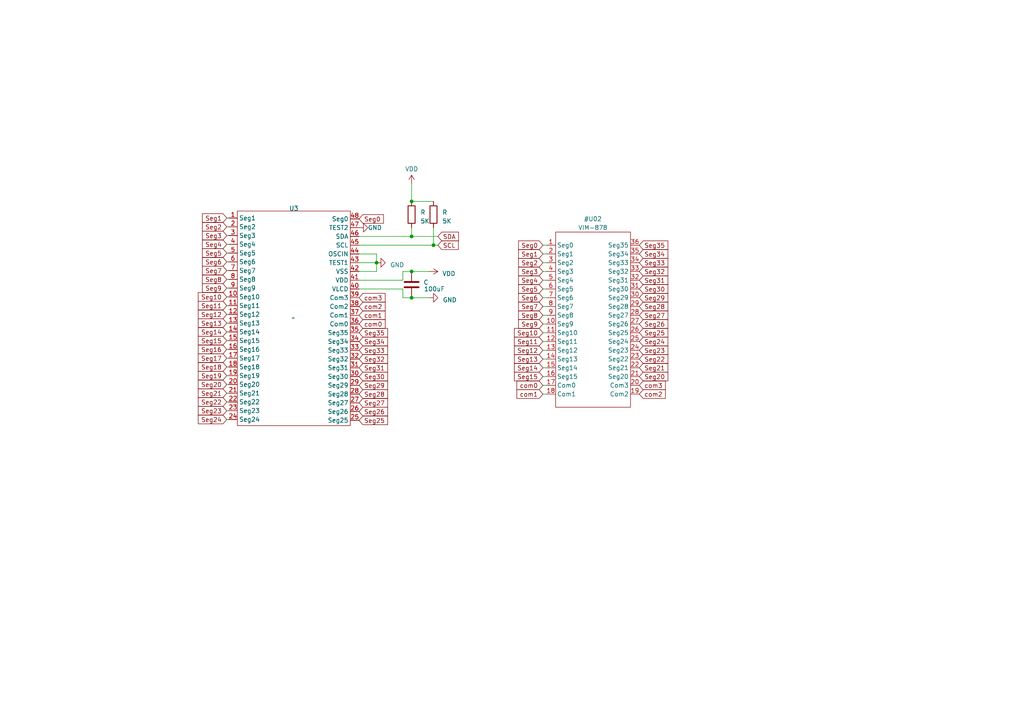
<source format=kicad_sch>
(kicad_sch (version 20230121) (generator eeschema)
  (paper "A4")
  (title_block (title "LCD connection") (date "2023-03-21") (rev "1.0"))
  (lib_symbols
    (symbol "Custom_Eric:BU91797MUF-ME2"
      (property "Reference" "U" (at 0 0 0))
      (symbol "BU91797MUF-ME2_0_1"
        (rectangle (start -16.256 30.988) (end 16.51 -31.242))
      )
      (symbol "BU91797MUF-ME2_1_1"
        (pin input line (at -18.796 28.956 0) (length 2.54) (name "Seg1") (number "1"))
        (pin input line (at -18.796 6.096 0) (length 2.54) (name "Seg10") (number "10"))
        (pin input line (at -18.796 3.556 0) (length 2.54) (name "Seg11") (number "11"))
        (pin input line (at -18.796 1.016 0) (length 2.54) (name "Seg12") (number "12"))
        (pin input line (at -18.796 -1.524 0) (length 2.54) (name "Seg13") (number "13"))
        (pin input line (at -18.796 -4.064 0) (length 2.54) (name "Seg14") (number "14"))
        (pin input line (at -18.796 -6.604 0) (length 2.54) (name "Seg15") (number "15"))
        (pin input line (at -18.796 -9.144 0) (length 2.54) (name "Seg16") (number "16"))
        (pin input line (at -18.796 -11.684 0) (length 2.54) (name "Seg17") (number "17"))
        (pin input line (at -18.796 -14.224 0) (length 2.54) (name "Seg18") (number "18"))
        (pin input line (at -18.796 -16.764 0) (length 2.54) (name "Seg19") (number "19"))
        (pin input line (at -18.796 26.416 0) (length 2.54) (name "Seg2") (number "2"))
        (pin input line (at -18.796 -19.304 0) (length 2.54) (name "Seg20") (number "20"))
        (pin input line (at -18.796 -21.844 0) (length 2.54) (name "Seg21") (number "21"))
        (pin input line (at -18.796 -24.384 0) (length 2.54) (name "Seg22") (number "22"))
        (pin input line (at -18.796 -26.924 0) (length 2.54) (name "Seg23") (number "23"))
        (pin input line (at -18.796 -29.464 0) (length 2.54) (name "Seg24") (number "24"))
        (pin input line (at 19.05 -29.718 180) (length 2.54) (name "Seg25") (number "25"))
        (pin input line (at 19.05 -27.178 180) (length 2.54) (name "Seg26") (number "26"))
        (pin input line (at 19.05 -24.638 180) (length 2.54) (name "Seg27") (number "27"))
        (pin input line (at 19.05 -22.098 180) (length 2.54) (name "Seg28") (number "28"))
        (pin input line (at 19.05 -19.558 180) (length 2.54) (name "Seg29") (number "29"))
        (pin input line (at -18.796 23.876 0) (length 2.54) (name "Seg3") (number "3"))
        (pin input line (at 19.05 -17.018 180) (length 2.54) (name "Seg30") (number "30"))
        (pin input line (at 19.05 -14.478 180) (length 2.54) (name "Seg31") (number "31"))
        (pin input line (at 19.05 -11.938 180) (length 2.54) (name "Seg32") (number "32"))
        (pin input line (at 19.05 -9.398 180) (length 2.54) (name "Seg33") (number "33"))
        (pin input line (at 19.05 -6.858 180) (length 2.54) (name "Seg34") (number "34"))
        (pin input line (at 19.05 -4.318 180) (length 2.54) (name "Seg35") (number "35"))
        (pin input line (at 19.05 -1.778 180) (length 2.54) (name "Com0") (number "36"))
        (pin input line (at 19.05 0.762 180) (length 2.54) (name "Com1") (number "37"))
        (pin input line (at 19.05 3.302 180) (length 2.54) (name "Com2") (number "38"))
        (pin input line (at 19.05 5.842 180) (length 2.54) (name "Com3") (number "39"))
        (pin input line (at -18.796 21.336 0) (length 2.54) (name "Seg4") (number "4"))
        (pin power_out line (at 19.05 8.382 180) (length 2.54) (name "VLCD") (number "40"))
        (pin power_in line (at 19.05 10.922 180) (length 2.54) (name "VDD") (number "41"))
        (pin power_in line (at 19.05 13.462 180) (length 2.54) (name "VSS") (number "42"))
        (pin input line (at 19.05 16.002 180) (length 2.54) (name "TEST1") (number "43"))
        (pin input line (at 19.05 18.542 180) (length 2.54) (name "OSCIN") (number "44"))
        (pin input line (at 19.05 21.082 180) (length 2.54) (name "SCL") (number "45"))
        (pin input line (at 19.05 23.622 180) (length 2.54) (name "SDA") (number "46"))
        (pin input line (at 19.05 26.162 180) (length 2.54) (name "TEST2") (number "47"))
        (pin input line (at 19.05 28.702 180) (length 2.54) (name "Seg0") (number "48"))
        (pin input line (at -18.796 18.796 0) (length 2.54) (name "Seg5") (number "5"))
        (pin input line (at -18.796 16.256 0) (length 2.54) (name "Seg6") (number "6"))
        (pin input line (at -18.796 13.716 0) (length 2.54) (name "Seg7") (number "7"))
        (pin input line (at -18.796 11.176 0) (length 2.54) (name "Seg8") (number "8"))
        (pin input line (at -18.796 8.636 0) (length 2.54) (name "Seg9") (number "9"))
      )
    )
    (symbol "Custom_Eric:VIM-878" (power) (in_bom no) (on_board no)
      (property "Reference" "U" (at 0 -3.048 0))
      (property "Value" "VIM-878" (at 0 0 0))
      (symbol "VIM-878_0_1"
        (rectangle (start -25.4 10.16) (end 25.4 -11.557))
      )
      (symbol "VIM-878_1_1"
        (pin input line (at -21.59 -14.224 90) (length 2.54) (name "Seg0") (number "1"))
        (pin input line (at 1.27 -14.224 90) (length 2.54) (name "Seg9") (number "10"))
        (pin input line (at 3.81 -14.224 90) (length 2.54) (name "Seg10") (number "11"))
        (pin input line (at 6.35 -14.224 90) (length 2.54) (name "Seg11") (number "12"))
        (pin input line (at 8.89 -14.224 90) (length 2.54) (name "Seg12") (number "13"))
        (pin input line (at 11.43 -14.224 90) (length 2.54) (name "Seg13") (number "14"))
        (pin input line (at 13.97 -14.224 90) (length 2.54) (name "Seg14") (number "15"))
        (pin input line (at 16.51 -14.224 90) (length 2.54) (name "Seg15") (number "16"))
        (pin input line (at 19.05 -14.224 90) (length 2.54) (name "Com0") (number "17"))
        (pin input line (at 21.59 -14.224 90) (length 2.54) (name "Com1") (number "18"))
        (pin input line (at 21.59 12.7 270) (length 2.54) (name "Com2") (number "19"))
        (pin input line (at -19.05 -14.224 90) (length 2.54) (name "Seg1") (number "2"))
        (pin input line (at 19.05 12.7 270) (length 2.54) (name "Com3") (number "20"))
        (pin input line (at 16.51 12.7 270) (length 2.54) (name "Seg20") (number "21"))
        (pin input line (at 13.97 12.7 270) (length 2.54) (name "Seg21") (number "22"))
        (pin input line (at 11.43 12.7 270) (length 2.54) (name "Seg22") (number "23"))
        (pin input line (at 8.89 12.7 270) (length 2.54) (name "Seg23") (number "24"))
        (pin input line (at 6.35 12.7 270) (length 2.54) (name "Seg24") (number "25"))
        (pin input line (at 3.81 12.7 270) (length 2.54) (name "Seg25") (number "26"))
        (pin input line (at 1.27 12.7 270) (length 2.54) (name "Seg26") (number "27"))
        (pin input line (at -1.27 12.7 270) (length 2.54) (name "Seg27") (number "28"))
        (pin input line (at -3.81 12.7 270) (length 2.54) (name "Seg28") (number "29"))
        (pin input line (at -16.51 -14.224 90) (length 2.54) (name "Seg2") (number "3"))
        (pin input line (at -6.35 12.7 270) (length 2.54) (name "Seg29") (number "30"))
        (pin input line (at -8.89 12.7 270) (length 2.54) (name "Seg30") (number "31"))
        (pin input line (at -11.43 12.7 270) (length 2.54) (name "Seg31") (number "32"))
        (pin input line (at -13.97 12.7 270) (length 2.54) (name "Seg32") (number "33"))
        (pin input line (at -16.51 12.7 270) (length 2.54) (name "Seg33") (number "34"))
        (pin input line (at -19.05 12.7 270) (length 2.54) (name "Seg34") (number "35"))
        (pin input line (at -21.59 12.7 270) (length 2.54) (name "Seg35") (number "36"))
        (pin input line (at -13.97 -14.224 90) (length 2.54) (name "Seg3") (number "4"))
        (pin input line (at -11.43 -14.224 90) (length 2.54) (name "Seg4") (number "5"))
        (pin input line (at -8.89 -14.224 90) (length 2.54) (name "Seg5") (number "6"))
        (pin input line (at -6.35 -14.224 90) (length 2.54) (name "Seg6") (number "7"))
        (pin input line (at -3.81 -14.224 90) (length 2.54) (name "Seg7") (number "8"))
        (pin input line (at -1.27 -14.224 90) (length 2.54) (name "Seg8") (number "9"))
      )
    )
    (symbol "Device:C" (pin_numbers hide) (pin_names (offset 0.254))
      (property "Reference" "C" (at 0.635 2.54 0))
      (property "Value" "C" (at 0.635 -2.54 0))
      (symbol "C_0_1"
        (polyline (pts (xy -2.032 -0.762) (xy 2.032 -0.762)) (stroke (width 0.508)))
        (polyline (pts (xy -2.032 0.762) (xy 2.032 0.762)) (stroke (width 0.508)))
      )
      (symbol "C_1_1"
        (pin passive line (at 0 3.81 270) (length 2.794) (name "~") (number "1"))
        (pin passive line (at 0 -3.81 90) (length 2.794) (name "~") (number "2"))
      )
    )
    (symbol "Device:R" (pin_numbers hide) (pin_names (offset 0))
      (property "Reference" "R" (at 2.032 0 90))
      (property "Value" "R" (at 0 0 90))
      (symbol "R_0_1"
        (rectangle (start -1.016 -2.54) (end 1.016 2.54) (stroke (width 0.254)))
      )
      (symbol "R_1_1"
        (pin passive line (at 0 3.81 270) (length 1.27) (name "~") (number "1"))
        (pin passive line (at 0 -3.81 90) (length 1.27) (name "~") (number "2"))
      )
    )
    (symbol "power:GND" (power) (pin_names (offset 0))
      (property "Value" "GND" (at 0 -3.81 0))
      (symbol "GND_0_1"
        (polyline (pts (xy 0 0) (xy 0 -1.27) (xy 1.27 -1.27) (xy 0 -2.54) (xy -1.27 -1.27) (xy 0 -1.27)))
      )
      (symbol "GND_1_1"
        (pin power_in line (at 0 0 270) (length 0) hide (name "GND") (number "1"))
      )
    )
    (symbol "power:VDD" (power) (pin_names (offset 0))
      (property "Value" "VDD" (at 0 3.81 0))
      (symbol "VDD_0_1"
        (polyline (pts (xy -0.762 1.27) (xy 0 2.54)))
        (polyline (pts (xy 0 0) (xy 0 2.54)))
        (polyline (pts (xy 0 2.54) (xy 0.762 1.27)))
      )
      (symbol "VDD_1_1"
        (pin power_in line (at 0 0 90) (length 0) hide (name "VDD") (number "1"))
      )
    )
  )
  (junction (at 125.73 71.12))
  (junction (at 119.38 78.74))
  (junction (at 119.38 58.42))
  (junction (at 109.22 76.2))
  (junction (at 119.38 86.36))
  (junction (at 119.38 68.58))
  (wire (pts (xy 157.48 83.82) (xy 158.496 83.82)))
  (wire (pts (xy 104.14 81.28) (xy 116.84 81.28)))
  (wire (pts (xy 65.786 91.186) (xy 66.294 91.186)))
  (wire (pts (xy 157.48 93.98) (xy 158.496 93.98)))
  (wire (pts (xy 65.786 106.426) (xy 66.294 106.426)))
  (wire (pts (xy 116.84 81.28) (xy 116.84 78.74)))
  (wire (pts (xy 65.786 70.866) (xy 66.294 70.866)))
  (wire (pts (xy 157.48 81.28) (xy 158.496 81.28)))
  (wire (pts (xy 65.786 103.886) (xy 66.294 103.886)))
  (wire (pts (xy 125.73 66.04) (xy 125.73 71.12)))
  (wire (pts (xy 127 68.58) (xy 119.38 68.58)))
  (wire (pts (xy 65.786 68.326) (xy 66.294 68.326)))
  (wire (pts (xy 109.22 73.66) (xy 109.22 76.2)))
  (wire (pts (xy 65.786 96.266) (xy 66.294 96.266)))
  (wire (pts (xy 157.48 76.2) (xy 158.496 76.2)))
  (wire (pts (xy 104.14 71.12) (xy 125.73 71.12)))
  (wire (pts (xy 65.786 116.586) (xy 66.294 116.586)))
  (wire (pts (xy 65.786 73.406) (xy 66.294 73.406)))
  (wire (pts (xy 65.786 65.786) (xy 66.294 65.786)))
  (wire (pts (xy 125.73 71.12) (xy 127 71.12)))
  (wire (pts (xy 157.48 101.6) (xy 158.496 101.6)))
  (wire (pts (xy 65.786 63.246) (xy 66.294 63.246)))
  (wire (pts (xy 119.38 78.74) (xy 124.46 78.74)))
  (wire (pts (xy 104.14 83.82) (xy 116.84 83.82)))
  (wire (pts (xy 157.48 86.36) (xy 158.496 86.36)))
  (wire (pts (xy 157.48 73.66) (xy 158.496 73.66)))
  (wire (pts (xy 65.786 98.806) (xy 66.294 98.806)))
  (wire (pts (xy 157.48 78.74) (xy 158.496 78.74)))
  (wire (pts (xy 157.48 88.9) (xy 158.496 88.9)))
  (wire (pts (xy 157.48 106.68) (xy 158.496 106.68)))
  (wire (pts (xy 65.786 86.106) (xy 66.294 86.106)))
  (wire (pts (xy 65.786 119.126) (xy 66.294 119.126)))
  (wire (pts (xy 157.48 99.06) (xy 158.496 99.06)))
  (wire (pts (xy 65.786 111.506) (xy 66.294 111.506)))
  (wire (pts (xy 157.48 91.44) (xy 158.496 91.44)))
  (wire (pts (xy 65.786 78.486) (xy 66.294 78.486)))
  (wire (pts (xy 116.84 86.36) (xy 119.38 86.36)))
  (wire (pts (xy 119.38 66.04) (xy 119.38 68.58)))
  (wire (pts (xy 104.14 76.2) (xy 109.22 76.2)))
  (wire (pts (xy 65.786 108.966) (xy 66.294 108.966)))
  (wire (pts (xy 65.786 75.946) (xy 66.294 75.946)))
  (wire (pts (xy 119.38 53.34) (xy 119.38 58.42)))
  (wire (pts (xy 65.786 93.726) (xy 66.294 93.726)))
  (wire (pts (xy 65.786 88.646) (xy 66.294 88.646)))
  (wire (pts (xy 119.38 58.42) (xy 125.73 58.42)))
  (wire (pts (xy 157.48 104.14) (xy 158.496 104.14)))
  (wire (pts (xy 65.786 83.566) (xy 66.294 83.566)))
  (wire (pts (xy 157.48 71.12) (xy 158.496 71.12)))
  (wire (pts (xy 116.84 78.74) (xy 119.38 78.74)))
  (wire (pts (xy 119.38 86.36) (xy 124.46 86.36)))
  (wire (pts (xy 65.786 81.026) (xy 66.294 81.026)))
  (wire (pts (xy 104.14 73.66) (xy 109.22 73.66)))
  (wire (pts (xy 65.786 114.046) (xy 66.294 114.046)))
  (wire (pts (xy 157.48 111.76) (xy 158.496 111.76)))
  (wire (pts (xy 119.38 68.58) (xy 104.14 68.58)))
  (wire (pts (xy 157.48 114.3) (xy 158.496 114.3)))
  (wire (pts (xy 104.14 78.74) (xy 109.22 78.74)))
  (wire (pts (xy 65.786 121.666) (xy 66.294 121.666)))
  (wire (pts (xy 157.48 109.22) (xy 158.496 109.22)))
  (wire (pts (xy 65.786 101.346) (xy 66.294 101.346)))
  (wire (pts (xy 109.22 76.2) (xy 109.22 78.74)))
  (wire (pts (xy 116.84 83.82) (xy 116.84 86.36)))
  (wire (pts (xy 157.48 96.52) (xy 158.496 96.52)))
  (global_label "Seg22" (shape input) (at 185.42 104.14 0) (property "Intersheetrefs" "${INTERSHEET_REFS}" (effects hide)))
  (global_label "com3" (shape input) (at 185.42 111.76 0) (property "Intersheetrefs" "${INTERSHEET_REFS}" (effects hide)))
  (global_label "Seg28" (shape input) (at 185.42 88.9 0) (property "Intersheetrefs" "${INTERSHEET_REFS}" (effects hide)))
  (global_label "Seg26" (shape input) (at 104.14 119.38 0) (property "Intersheetrefs" "${INTERSHEET_REFS}" (effects hide)))
  (global_label "Seg26" (shape input) (at 185.42 93.98 0) (property "Intersheetrefs" "${INTERSHEET_REFS}" (effects hide)))
  (global_label "Seg13" (shape input) (at 65.786 93.726 180) (property "Intersheetrefs" "${INTERSHEET_REFS}" (effects hide)))
  (global_label "Seg21" (shape input) (at 65.786 114.046 180) (property "Intersheetrefs" "${INTERSHEET_REFS}" (effects hide)))
  (global_label "Seg2" (shape input) (at 65.786 65.786 180) (property "Intersheetrefs" "${INTERSHEET_REFS}" (effects hide)))
  (global_label "Seg10" (shape input) (at 157.48 96.52 180) (property "Intersheetrefs" "${INTERSHEET_REFS}" (effects hide)))
  (global_label "SDA" (shape input) (at 127 68.58 0) (property "Intersheetrefs" "${INTERSHEET_REFS}" (effects hide)))
  (global_label "Seg32" (shape input) (at 185.42 78.74 0) (property "Intersheetrefs" "${INTERSHEET_REFS}" (effects hide)))
  (global_label "Seg7" (shape input) (at 65.786 78.486 180) (property "Intersheetrefs" "${INTERSHEET_REFS}" (effects hide)))
  (global_label "Seg20" (shape input) (at 65.786 111.506 180) (property "Intersheetrefs" "${INTERSHEET_REFS}" (effects hide)))
  (global_label "Seg33" (shape input) (at 185.42 76.2 0) (property "Intersheetrefs" "${INTERSHEET_REFS}" (effects hide)))
  (global_label "Seg9" (shape input) (at 65.786 83.566 180) (property "Intersheetrefs" "${INTERSHEET_REFS}" (effects hide)))
  (global_label "Seg8" (shape input) (at 65.786 81.026 180) (property "Intersheetrefs" "${INTERSHEET_REFS}" (effects hide)))
  (global_label "Seg5" (shape input) (at 65.786 73.406 180) (property "Intersheetrefs" "${INTERSHEET_REFS}" (effects hide)))
  (global_label "Seg33" (shape input) (at 104.14 101.6 0) (property "Intersheetrefs" "${INTERSHEET_REFS}" (effects hide)))
  (global_label "Seg14" (shape input) (at 65.786 96.266 180) (property "Intersheetrefs" "${INTERSHEET_REFS}" (effects hide)))
  (global_label "Seg12" (shape input) (at 65.786 91.186 180) (property "Intersheetrefs" "${INTERSHEET_REFS}" (effects hide)))
  (global_label "Seg27" (shape input) (at 185.42 91.44 0) (property "Intersheetrefs" "${INTERSHEET_REFS}" (effects hide)))
  (global_label "Seg15" (shape input) (at 65.786 98.806 180) (property "Intersheetrefs" "${INTERSHEET_REFS}" (effects hide)))
  (global_label "Seg25" (shape input) (at 185.42 96.52 0) (property "Intersheetrefs" "${INTERSHEET_REFS}" (effects hide)))
  (global_label "com0" (shape input) (at 104.14 93.98 0) (property "Intersheetrefs" "${INTERSHEET_REFS}" (effects hide)))
  (global_label "Seg35" (shape input) (at 104.14 96.52 0) (property "Intersheetrefs" "${INTERSHEET_REFS}" (effects hide)))
  (global_label "Seg35" (shape input) (at 185.42 71.12 0) (property "Intersheetrefs" "${INTERSHEET_REFS}" (effects hide)))
  (global_label "Seg18" (shape input) (at 65.786 106.426 180) (property "Intersheetrefs" "${INTERSHEET_REFS}" (effects hide)))
  (global_label "Seg0" (shape input) (at 157.48 71.12 180) (property "Intersheetrefs" "${INTERSHEET_REFS}" (effects hide)))
  (global_label "com1" (shape input) (at 104.14 91.44 0) (property "Intersheetrefs" "${INTERSHEET_REFS}" (effects hide)))
  (global_label "Seg19" (shape input) (at 65.786 108.966 180) (property "Intersheetrefs" "${INTERSHEET_REFS}" (effects hide)))
  (global_label "Seg14" (shape input) (at 157.48 106.68 180) (property "Intersheetrefs" "${INTERSHEET_REFS}" (effects hide)))
  (global_label "Seg1" (shape input) (at 65.786 63.246 180) (property "Intersheetrefs" "${INTERSHEET_REFS}" (effects hide)))
  (global_label "com2" (shape input) (at 104.14 88.9 0) (property "Intersheetrefs" "${INTERSHEET_REFS}" (effects hide)))
  (global_label "Seg27" (shape input) (at 104.14 116.84 0) (property "Intersheetrefs" "${INTERSHEET_REFS}" (effects hide)))
  (global_label "Seg30" (shape input) (at 185.42 83.82 0) (property "Intersheetrefs" "${INTERSHEET_REFS}" (effects hide)))
  (global_label "Seg29" (shape input) (at 185.42 86.36 0) (property "Intersheetrefs" "${INTERSHEET_REFS}" (effects hide)))
  (global_label "Seg8" (shape input) (at 157.48 91.44 180) (property "Intersheetrefs" "${INTERSHEET_REFS}" (effects hide)))
  (global_label "Seg11" (shape input) (at 157.48 99.06 180) (property "Intersheetrefs" "${INTERSHEET_REFS}" (effects hide)))
  (global_label "Seg3" (shape input) (at 157.48 78.74 180) (property "Intersheetrefs" "${INTERSHEET_REFS}" (effects hide)))
  (global_label "Seg25" (shape input) (at 104.14 121.92 0) (property "Intersheetrefs" "${INTERSHEET_REFS}" (effects hide)))
  (global_label "Seg28" (shape input) (at 104.14 114.3 0) (property "Intersheetrefs" "${INTERSHEET_REFS}" (effects hide)))
  (global_label "Seg6" (shape input) (at 65.786 75.946 180) (property "Intersheetrefs" "${INTERSHEET_REFS}" (effects hide)))
  (global_label "com2" (shape input) (at 185.42 114.3 0) (property "Intersheetrefs" "${INTERSHEET_REFS}" (effects hide)))
  (global_label "Seg5" (shape input) (at 157.48 83.82 180) (property "Intersheetrefs" "${INTERSHEET_REFS}" (effects hide)))
  (global_label "Seg20" (shape input) (at 185.42 109.22 0) (property "Intersheetrefs" "${INTERSHEET_REFS}" (effects hide)))
  (global_label "Seg7" (shape input) (at 157.48 88.9 180) (property "Intersheetrefs" "${INTERSHEET_REFS}" (effects hide)))
  (global_label "Seg16" (shape input) (at 65.786 101.346 180) (property "Intersheetrefs" "${INTERSHEET_REFS}" (effects hide)))
  (global_label "Seg31" (shape input) (at 185.42 81.28 0) (property "Intersheetrefs" "${INTERSHEET_REFS}" (effects hide)))
  (global_label "Seg12" (shape input) (at 157.48 101.6 180) (property "Intersheetrefs" "${INTERSHEET_REFS}" (effects hide)))
  (global_label "Seg31" (shape input) (at 104.14 106.68 0) (property "Intersheetrefs" "${INTERSHEET_REFS}" (effects hide)))
  (global_label "Seg17" (shape input) (at 65.786 103.886 180) (property "Intersheetrefs" "${INTERSHEET_REFS}" (effects hide)))
  (global_label "Seg15" (shape input) (at 157.48 109.22 180) (property "Intersheetrefs" "${INTERSHEET_REFS}" (effects hide)))
  (global_label "Seg0" (shape input) (at 104.14 63.5 0) (property "Intersheetrefs" "${INTERSHEET_REFS}" (effects hide)))
  (global_label "Seg4" (shape input) (at 157.48 81.28 180) (property "Intersheetrefs" "${INTERSHEET_REFS}" (effects hide)))
  (global_label "Seg9" (shape input) (at 157.48 93.98 180) (property "Intersheetrefs" "${INTERSHEET_REFS}" (effects hide)))
  (global_label "Seg30" (shape input) (at 104.14 109.22 0) (property "Intersheetrefs" "${INTERSHEET_REFS}" (effects hide)))
  (global_label "Seg6" (shape input) (at 157.48 86.36 180) (property "Intersheetrefs" "${INTERSHEET_REFS}" (effects hide)))
  (global_label "Seg23" (shape input) (at 65.786 119.126 180) (property "Intersheetrefs" "${INTERSHEET_REFS}" (effects hide)))
  (global_label "SCL" (shape input) (at 127 71.12 0) (property "Intersheetrefs" "${INTERSHEET_REFS}" (effects hide)))
  (global_label "Seg1" (shape input) (at 157.48 73.66 180) (property "Intersheetrefs" "${INTERSHEET_REFS}" (effects hide)))
  (global_label "Seg34" (shape input) (at 185.42 73.66 0) (property "Intersheetrefs" "${INTERSHEET_REFS}" (effects hide)))
  (global_label "com3" (shape input) (at 104.14 86.36 0) (property "Intersheetrefs" "${INTERSHEET_REFS}" (effects hide)))
  (global_label "com0" (shape input) (at 157.48 111.76 180) (property "Intersheetrefs" "${INTERSHEET_REFS}" (effects hide)))
  (global_label "Seg32" (shape input) (at 104.14 104.14 0) (property "Intersheetrefs" "${INTERSHEET_REFS}" (effects hide)))
  (global_label "Seg23" (shape input) (at 185.42 101.6 0) (property "Intersheetrefs" "${INTERSHEET_REFS}" (effects hide)))
  (global_label "Seg11" (shape input) (at 65.786 88.646 180) (property "Intersheetrefs" "${INTERSHEET_REFS}" (effects hide)))
  (global_label "Seg22" (shape input) (at 65.786 116.586 180) (property "Intersheetrefs" "${INTERSHEET_REFS}" (effects hide)))
  (global_label "Seg3" (shape input) (at 65.786 68.326 180) (property "Intersheetrefs" "${INTERSHEET_REFS}" (effects hide)))
  (global_label "Seg21" (shape input) (at 185.42 106.68 0) (property "Intersheetrefs" "${INTERSHEET_REFS}" (effects hide)))
  (global_label "Seg2" (shape input) (at 157.48 76.2 180) (property "Intersheetrefs" "${INTERSHEET_REFS}" (effects hide)))
  (global_label "Seg34" (shape input) (at 104.14 99.06 0) (property "Intersheetrefs" "${INTERSHEET_REFS}" (effects hide)))
  (global_label "Seg29" (shape input) (at 104.14 111.76 0) (property "Intersheetrefs" "${INTERSHEET_REFS}" (effects hide)))
  (global_label "Seg4" (shape input) (at 65.786 70.866 180) (property "Intersheetrefs" "${INTERSHEET_REFS}" (effects hide)))
  (global_label "com1" (shape input) (at 157.48 114.3 180) (property "Intersheetrefs" "${INTERSHEET_REFS}" (effects hide)))
  (global_label "Seg24" (shape input) (at 185.42 99.06 0) (property "Intersheetrefs" "${INTERSHEET_REFS}" (effects hide)))
  (global_label "Seg10" (shape input) (at 65.786 86.106 180) (property "Intersheetrefs" "${INTERSHEET_REFS}" (effects hide)))
  (global_label "Seg24" (shape input) (at 65.786 121.666 180) (property "Intersheetrefs" "${INTERSHEET_REFS}" (effects hide)))
  (global_label "Seg13" (shape input) (at 157.48 104.14 180) (property "Intersheetrefs" "${INTERSHEET_REFS}" (effects hide)))
  (symbol (lib_id "power:GND") (at 124.46 86.36 90) (unit 1)
    (property "Reference" "#PWR07" (effects hide))
    (property "Value" "GND" (at 128.397 86.995 90) (effects (justify right)))
  )
  (symbol (lib_id "power:VDD") (at 124.46 78.74 270) (unit 1)
    (property "Reference" "#PWR08" (effects hide))
    (property "Value" "VDD" (at 128.27 79.375 90) (effects (justify left)))
  )
  (symbol (lib_id "Device:R") (at 119.38 62.23 0) (unit 1)
    (property "Reference" "R2" (at 121.92 61.595 0) (effects (justify left)))
    (property "Value" "5K" (at 121.92 64.135 0) (effects (justify left)))
    (instances (project "power_supply" (path "" (reference "R") (unit 1))))
  )
  (symbol (lib_id "power:GND") (at 104.14 66.04 90) (unit 1)
    (property "Reference" "#PWR010" (effects hide))
    (property "Value" "GND" (at 106.68 66.04 90) (effects (justify right)))
  )
  (symbol (lib_id "Device:R") (at 125.73 62.23 0) (unit 1)
    (property "Reference" "R3" (at 128.27 61.595 0) (effects (justify left)))
    (property "Value" "5K" (at 128.27 64.135 0) (effects (justify left)))
    (instances (project "power_supply" (path "" (reference "R") (unit 1))))
  )
  (symbol (lib_id "power:GND") (at 109.22 76.2 90) (unit 1)
    (property "Reference" "#PWR01" (effects hide))
    (property "Value" "GND" (at 113.157 76.835 90) (effects (justify right)))
  )
  (symbol (lib_id "Device:C") (at 119.38 82.55 0) (unit 1)
    (property "Reference" "C13" (at 122.809 81.915 0) (effects (justify left)))
    (property "Value" "100uF" (at 122.936 83.82 0) (effects (justify left)))
    (instances (project "power_supply" (path "" (reference "C") (unit 1))))
  )
  (symbol (lib_id "Custom_Eric:VIM-878") (at 172.72 92.71 270) (unit 1) (in_bom no) (on_board no)
    (property "Reference" "#U02" (at 171.958 63.5 90))
    (property "Value" "VIM-878" (at 171.958 66.04 90))
  )
  (symbol (lib_id "power:VDD") (at 119.38 53.34 0) (unit 1)
    (property "Reference" "#PWR011" (effects hide))
    (property "Value" "VDD" (at 119.38 49.022 0))
  )
  (symbol (lib_id "Custom_Eric:BU91797MUF-ME2") (at 85.09 92.202 0) (unit 1)
    (property "Reference" "U3" (at 85.217 60.452 0))
    (property "Value" "~" (at 85.09 92.202 0))
  )
)
</source>
